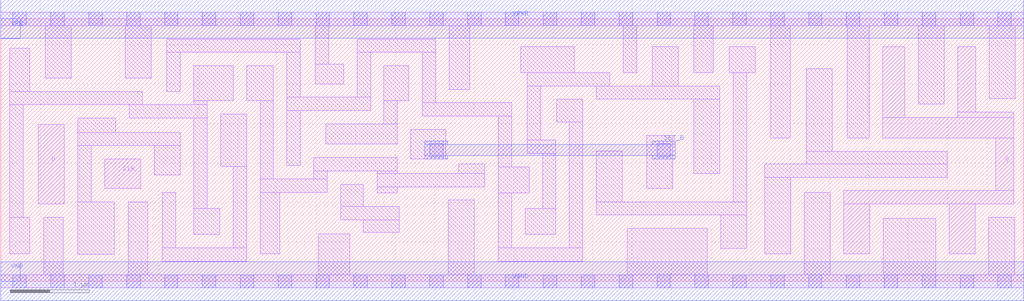
<source format=lef>
# Copyright 2020 The SkyWater PDK Authors
#
# Licensed under the Apache License, Version 2.0 (the "License");
# you may not use this file except in compliance with the License.
# You may obtain a copy of the License at
#
#     https://www.apache.org/licenses/LICENSE-2.0
#
# Unless required by applicable law or agreed to in writing, software
# distributed under the License is distributed on an "AS IS" BASIS,
# WITHOUT WARRANTIES OR CONDITIONS OF ANY KIND, either express or implied.
# See the License for the specific language governing permissions and
# limitations under the License.
#
# SPDX-License-Identifier: Apache-2.0

VERSION 5.5 ;
NAMESCASESENSITIVE ON ;
BUSBITCHARS "[]" ;
DIVIDERCHAR "/" ;
MACRO sky130_fd_sc_hs__dfstp_4
  CLASS CORE ;
  SOURCE USER ;
  ORIGIN  0.000000  0.000000 ;
  SIZE  12.96000 BY  3.330000 ;
  SYMMETRY X Y ;
  SITE unit ;
  PIN D
    ANTENNAGATEAREA  0.126000 ;
    DIRECTION INPUT ;
    USE SIGNAL ;
    PORT
      LAYER li1 ;
        RECT 0.475000 0.980000 0.805000 1.990000 ;
    END
  END D
  PIN Q
    ANTENNADIFFAREA  1.119700 ;
    DIRECTION OUTPUT ;
    USE SIGNAL ;
    PORT
      LAYER li1 ;
        RECT 10.680000 0.350000 11.010000 0.980000 ;
        RECT 10.680000 0.980000 12.835000 1.150000 ;
        RECT 11.175000 1.820000 12.835000 2.080000 ;
        RECT 11.175000 2.080000 11.455000 2.980000 ;
        RECT 12.015000 0.350000 12.345000 0.980000 ;
        RECT 12.125000 2.080000 12.835000 2.150000 ;
        RECT 12.125000 2.150000 12.355000 2.980000 ;
        RECT 12.605000 1.150000 12.835000 1.820000 ;
    END
  END Q
  PIN SET_B
    ANTENNAPARTIALMETALSIDEAREA  2.205000 ;
    DIRECTION INPUT ;
    USE SIGNAL ;
    PORT
      LAYER met1 ;
        RECT 5.375000 1.550000 5.665000 1.595000 ;
        RECT 5.375000 1.595000 8.545000 1.735000 ;
        RECT 5.375000 1.735000 5.665000 1.780000 ;
        RECT 8.255000 1.550000 8.545000 1.595000 ;
        RECT 8.255000 1.735000 8.545000 1.780000 ;
    END
  END SET_B
  PIN CLK
    ANTENNAGATEAREA  0.279000 ;
    DIRECTION INPUT ;
    USE CLOCK ;
    PORT
      LAYER li1 ;
        RECT 1.315000 1.180000 1.775000 1.550000 ;
    END
  END CLK
  PIN VGND
    DIRECTION INOUT ;
    USE GROUND ;
    PORT
      LAYER met1 ;
        RECT 0.000000 -0.245000 12.960000 0.245000 ;
    END
  END VGND
  PIN VNB
    DIRECTION INOUT ;
    USE GROUND ;
    PORT
    END
  END VNB
  PIN VPB
    DIRECTION INOUT ;
    USE POWER ;
    PORT
    END
  END VPB
  PIN VNB
    DIRECTION INOUT ;
    USE GROUND ;
    PORT
      LAYER met1 ;
        RECT 0.000000 0.000000 0.250000 0.250000 ;
    END
  END VNB
  PIN VPB
    DIRECTION INOUT ;
    USE POWER ;
    PORT
      LAYER met1 ;
        RECT 0.000000 3.080000 0.250000 3.330000 ;
    END
  END VPB
  PIN VPWR
    DIRECTION INOUT ;
    USE POWER ;
    PORT
      LAYER met1 ;
        RECT 0.000000 3.085000 12.960000 3.575000 ;
    END
  END VPWR
  OBS
    LAYER li1 ;
      RECT  0.000000 -0.085000 12.960000 0.085000 ;
      RECT  0.000000  3.245000 12.960000 3.415000 ;
      RECT  0.115000  0.350000  0.365000 0.810000 ;
      RECT  0.115000  0.810000  0.285000 2.240000 ;
      RECT  0.115000  2.240000  1.795000 2.410000 ;
      RECT  0.115000  2.410000  0.365000 2.960000 ;
      RECT  0.545000  0.085000  0.795000 0.810000 ;
      RECT  0.565000  2.580000  0.895000 3.245000 ;
      RECT  0.975000  0.340000  1.435000 1.010000 ;
      RECT  0.975000  1.010000  1.145000 1.720000 ;
      RECT  0.975000  1.720000  2.275000 1.890000 ;
      RECT  0.975000  1.890000  1.455000 2.070000 ;
      RECT  1.575000  2.580000  1.905000 3.245000 ;
      RECT  1.615000  0.085000  1.865000 1.010000 ;
      RECT  1.625000  2.070000  2.615000 2.240000 ;
      RECT  1.945000  1.350000  2.275000 1.720000 ;
      RECT  2.045000  0.255000  3.115000 0.425000 ;
      RECT  2.045000  0.425000  2.215000 1.130000 ;
      RECT  2.105000  2.410000  2.275000 2.905000 ;
      RECT  2.105000  2.905000  3.795000 3.075000 ;
      RECT  2.445000  0.595000  2.775000 0.925000 ;
      RECT  2.445000  0.925000  2.615000 2.070000 ;
      RECT  2.445000  2.240000  2.615000 2.295000 ;
      RECT  2.445000  2.295000  2.945000 2.735000 ;
      RECT  2.785000  1.455000  3.115000 2.125000 ;
      RECT  2.945000  0.425000  3.115000 1.455000 ;
      RECT  3.115000  2.295000  3.455000 2.735000 ;
      RECT  3.285000  0.350000  3.535000 1.130000 ;
      RECT  3.285000  1.130000  4.135000 1.300000 ;
      RECT  3.285000  1.300000  3.455000 2.295000 ;
      RECT  3.625000  1.470000  3.795000 2.165000 ;
      RECT  3.625000  2.165000  4.685000 2.335000 ;
      RECT  3.625000  2.335000  3.795000 2.905000 ;
      RECT  3.965000  1.300000  4.135000 1.400000 ;
      RECT  3.965000  1.400000  5.025000 1.570000 ;
      RECT  3.985000  2.505000  4.345000 2.755000 ;
      RECT  3.985000  2.755000  4.155000 3.245000 ;
      RECT  4.025000  0.085000  4.420000 0.600000 ;
      RECT  4.115000  1.740000  5.025000 1.995000 ;
      RECT  4.305000  0.780000  5.050000 0.950000 ;
      RECT  4.305000  0.950000  4.590000 1.230000 ;
      RECT  4.515000  2.335000  4.685000 2.905000 ;
      RECT  4.515000  2.905000  5.510000 3.075000 ;
      RECT  4.590000  0.620000  5.050000 0.780000 ;
      RECT  4.770000  1.120000  5.025000 1.200000 ;
      RECT  4.770000  1.200000  6.135000 1.370000 ;
      RECT  4.770000  1.370000  5.025000 1.400000 ;
      RECT  4.855000  1.995000  5.025000 2.295000 ;
      RECT  4.855000  2.295000  5.170000 2.735000 ;
      RECT  5.195000  1.550000  5.635000 1.925000 ;
      RECT  5.340000  2.095000  6.475000 2.265000 ;
      RECT  5.340000  2.265000  5.510000 2.905000 ;
      RECT  5.670000  0.085000  6.000000 1.030000 ;
      RECT  5.680000  2.435000  5.940000 3.245000 ;
      RECT  5.805000  1.370000  6.135000 1.490000 ;
      RECT  6.305000  0.255000  7.375000 0.425000 ;
      RECT  6.305000  0.425000  6.475000 1.120000 ;
      RECT  6.305000  1.120000  6.695000 1.450000 ;
      RECT  6.305000  1.450000  6.475000 2.095000 ;
      RECT  6.590000  2.650000  7.265000 2.980000 ;
      RECT  6.645000  0.595000  7.035000 0.925000 ;
      RECT  6.670000  1.620000  7.035000 1.790000 ;
      RECT  6.670000  1.790000  6.840000 2.480000 ;
      RECT  6.670000  2.480000  7.715000 2.650000 ;
      RECT  6.865000  0.925000  7.035000 1.620000 ;
      RECT  7.045000  2.020000  7.375000 2.310000 ;
      RECT  7.205000  0.425000  7.375000 2.020000 ;
      RECT  7.545000  0.840000  9.450000 1.010000 ;
      RECT  7.545000  1.010000  7.875000 1.655000 ;
      RECT  7.545000  2.310000  9.110000 2.480000 ;
      RECT  7.885000  2.650000  8.055000 3.245000 ;
      RECT  7.935000  0.085000  8.950000 0.670000 ;
      RECT  8.185000  1.180000  8.515000 1.850000 ;
      RECT  8.255000  2.480000  8.585000 2.980000 ;
      RECT  8.780000  1.370000  9.110000 2.310000 ;
      RECT  8.780000  2.650000  9.030000 3.245000 ;
      RECT  9.120000  0.420000  9.450000 0.840000 ;
      RECT  9.230000  2.650000  9.560000 2.980000 ;
      RECT  9.280000  1.010000  9.450000 2.650000 ;
      RECT  9.680000  0.350000 10.010000 1.320000 ;
      RECT  9.680000  1.320000 11.995000 1.490000 ;
      RECT  9.755000  1.820000 10.005000 3.245000 ;
      RECT 10.180000  0.085000 10.510000 1.130000 ;
      RECT 10.205000  1.490000 11.995000 1.650000 ;
      RECT 10.205000  1.650000 10.535000 2.700000 ;
      RECT 10.725000  1.820000 11.005000 3.245000 ;
      RECT 11.180000  0.085000 11.845000 0.800000 ;
      RECT 11.625000  2.250000 11.955000 3.245000 ;
      RECT 12.515000  0.085000 12.845000 0.810000 ;
      RECT 12.525000  2.320000 12.855000 3.245000 ;
    LAYER mcon ;
      RECT  0.155000 -0.085000  0.325000 0.085000 ;
      RECT  0.155000  3.245000  0.325000 3.415000 ;
      RECT  0.635000 -0.085000  0.805000 0.085000 ;
      RECT  0.635000  3.245000  0.805000 3.415000 ;
      RECT  1.115000 -0.085000  1.285000 0.085000 ;
      RECT  1.115000  3.245000  1.285000 3.415000 ;
      RECT  1.595000 -0.085000  1.765000 0.085000 ;
      RECT  1.595000  3.245000  1.765000 3.415000 ;
      RECT  2.075000 -0.085000  2.245000 0.085000 ;
      RECT  2.075000  3.245000  2.245000 3.415000 ;
      RECT  2.555000 -0.085000  2.725000 0.085000 ;
      RECT  2.555000  3.245000  2.725000 3.415000 ;
      RECT  3.035000 -0.085000  3.205000 0.085000 ;
      RECT  3.035000  3.245000  3.205000 3.415000 ;
      RECT  3.515000 -0.085000  3.685000 0.085000 ;
      RECT  3.515000  3.245000  3.685000 3.415000 ;
      RECT  3.995000 -0.085000  4.165000 0.085000 ;
      RECT  3.995000  3.245000  4.165000 3.415000 ;
      RECT  4.475000 -0.085000  4.645000 0.085000 ;
      RECT  4.475000  3.245000  4.645000 3.415000 ;
      RECT  4.955000 -0.085000  5.125000 0.085000 ;
      RECT  4.955000  3.245000  5.125000 3.415000 ;
      RECT  5.435000 -0.085000  5.605000 0.085000 ;
      RECT  5.435000  1.580000  5.605000 1.750000 ;
      RECT  5.435000  3.245000  5.605000 3.415000 ;
      RECT  5.915000 -0.085000  6.085000 0.085000 ;
      RECT  5.915000  3.245000  6.085000 3.415000 ;
      RECT  6.395000 -0.085000  6.565000 0.085000 ;
      RECT  6.395000  3.245000  6.565000 3.415000 ;
      RECT  6.875000 -0.085000  7.045000 0.085000 ;
      RECT  6.875000  3.245000  7.045000 3.415000 ;
      RECT  7.355000 -0.085000  7.525000 0.085000 ;
      RECT  7.355000  3.245000  7.525000 3.415000 ;
      RECT  7.835000 -0.085000  8.005000 0.085000 ;
      RECT  7.835000  3.245000  8.005000 3.415000 ;
      RECT  8.315000 -0.085000  8.485000 0.085000 ;
      RECT  8.315000  1.580000  8.485000 1.750000 ;
      RECT  8.315000  3.245000  8.485000 3.415000 ;
      RECT  8.795000 -0.085000  8.965000 0.085000 ;
      RECT  8.795000  3.245000  8.965000 3.415000 ;
      RECT  9.275000 -0.085000  9.445000 0.085000 ;
      RECT  9.275000  3.245000  9.445000 3.415000 ;
      RECT  9.755000 -0.085000  9.925000 0.085000 ;
      RECT  9.755000  3.245000  9.925000 3.415000 ;
      RECT 10.235000 -0.085000 10.405000 0.085000 ;
      RECT 10.235000  3.245000 10.405000 3.415000 ;
      RECT 10.715000 -0.085000 10.885000 0.085000 ;
      RECT 10.715000  3.245000 10.885000 3.415000 ;
      RECT 11.195000 -0.085000 11.365000 0.085000 ;
      RECT 11.195000  3.245000 11.365000 3.415000 ;
      RECT 11.675000 -0.085000 11.845000 0.085000 ;
      RECT 11.675000  3.245000 11.845000 3.415000 ;
      RECT 12.155000 -0.085000 12.325000 0.085000 ;
      RECT 12.155000  3.245000 12.325000 3.415000 ;
      RECT 12.635000 -0.085000 12.805000 0.085000 ;
      RECT 12.635000  3.245000 12.805000 3.415000 ;
  END
END sky130_fd_sc_hs__dfstp_4
END LIBRARY

</source>
